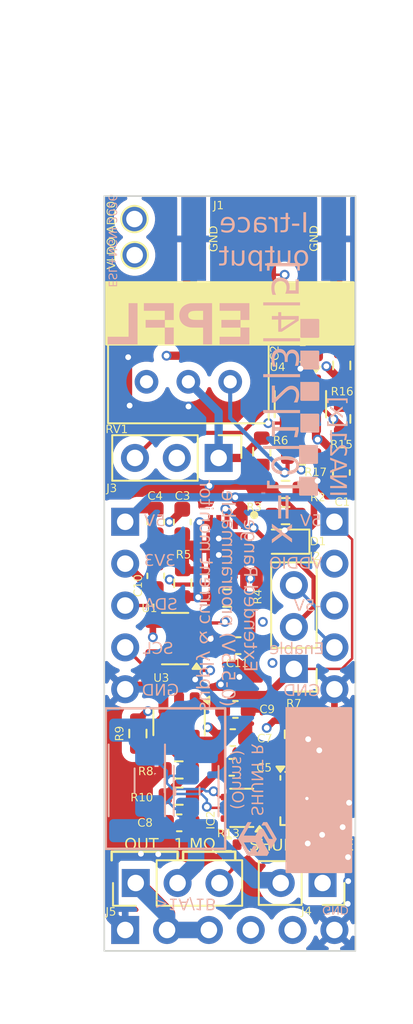
<source format=kicad_pcb>
(kicad_pcb (version 20241229) (generator "pcbnew") (generator_version "9.0")
  (layers (0 "F.Cu" signal) (4 "In1.Cu" signal) (6 "In2.Cu" signal) (2 "B.Cu" signal) (13 "F.Paste" user) (15 "B.Paste" user) (5 "F.SilkS" user "F.Silkscreen") (7 "B.SilkS" user "B.Silkscreen") (1 "F.Mask" user) (3 "B.Mask" user) (25 "Edge.Cuts" user))
  (net 0 "")
  (net 1 "GND")
  (net 2 "3.3V")
  (net 3 "/5V")
  (net 4 "A3.3V")
  (net 5 "/VDDIO")
  (net 6 "/Vout_diff")
  (net 7 "/SCL")
  (net 8 "/-5V")
  (net 9 "/LDO_EN_EXT")
  (net 10 "/SDA")
  (net 11 "/Vout_B")
  (net 12 "Net-(D1-K)")
  (net 13 "Net-(D1-A)")
  (net 14 "/ADC0")
  (net 15 "/V_ldo_feedback")
  (net 16 "/DAC_out")
  (net 17 "Net-(J3-Pin_1)")
  (net 18 "/V_OUT_LDO")
  (net 19 "Net-(U2-!RESET)")
  (net 20 "Net-(U3-FB)")
  (net 21 "Net-(U3-EN)")
  (net 26 "Net-(J5-Pin_3)")
  (net 28 "/Shunt-")
  (net 29 "Net-(IC1-FB_PG)")
  (net 31 "Net-(J3-Pin_3)")
  (net 32 "Net-(R17-Pad1)")
  (net 33 "/V_OUT_LOAD")
  (footprint "Connector_Coaxial:SMA_Amphenol_132289_EdgeMount" (layer "F.Cu") (at 131.725 69.325 90)
    (property "Reference" "J1")
    (property "Value" "Conn_Coaxial" (hide yes))
  )
  (footprint "heep-footprints:chewing-gum-pcb" (layer "F.Cu") (at 122.05 112.52)
    (property "Reference" "CG1" (hide yes))
    (property "Value" "BOARD_CONNECTOR" (hide yes))
    (fp_line (start 0 -27.94) (end 0 0) (stroke (width 0.1)) (layer "Edge.Cuts"))
    (fp_line (start 0 0) (end 15.24 0) (stroke (width 0.1)) (layer "Edge.Cuts"))
    (fp_line (start 15.24 0) (end 15.24 -27.94) (stroke (width 0.1)) (layer "Edge.Cuts"))
  )
  (footprint "Resistor_SMD:R_0603_1608Metric" (layer "F.Cu") (at 129.5 91.115446 180)
    (property "Reference" "R4")
    (property "Value" "20k" (hide yes))
  )
  (footprint "Resistor_SMD:R_0603_1608Metric" (layer "F.Cu") (at 136.463239 77 90)
    (property "Reference" "R16")
    (property "Value" "NC")
  )
  (footprint "Resistor_SMD:R_0603_1608Metric" (layer "F.Cu") (at 134 82.5)
    (property "Reference" "R17")
    (property "Value" "100")
  )
  (footprint "TPS7A9401DSCR:SON50P300X300X80-11N-D" (layer "F.Cu") (at 129.5 88 -90)
    (property "Reference" "IC1" (hide yes))
    (property "Value" "TPS7A9401DSCR" (hide yes))
  )
  (footprint "Resistor_SMD:R_0603_1608Metric" (layer "F.Cu") (at 133.05408 84.521869 180)
    (property "Reference" "R2")
    (property "Value" "3.3k" (hide yes))
  )
  (footprint "Capacitor_SMD:C_0603_1608Metric" (layer "F.Cu") (at 129.785 101.38)
    (property "Reference" "C5")
    (property "Value" "0.1u" (hide yes))
  )
  (footprint "TestPoint:TestPoint_Loop_D1.80mm_Drill1.0mm_Beaded" (layer "F.Cu") (at 123.881597 68.118654 90)
    (property "Reference" "TP1" (hide yes))
    (property "Value" "~")
  )
  (footprint "Capacitor_SMD:C_0603_1608Metric" (layer "F.Cu") (at 136.29 99.885 90)
    (property "Reference" "C6")
    (property "Value" "0.1u" (hide yes))
  )
  (footprint "Capacitor_SMD:C_0603_1608Metric" (layer "F.Cu") (at 130.180176 94 180)
    (property "Reference" "C11")
    (property "Value" "10u")
  )
  (footprint "Resistor_SMD:R_0603_1608Metric" (layer "F.Cu") (at 124.09 99.335 90)
    (property "Reference" "R9")
    (property "Value" "10k" (hide yes))
  )
  (footprint "Capacitor_SMD:C_0603_1608Metric" (layer "F.Cu") (at 125.175007 89.766678 90)
    (property "Reference" "C10")
    (property "Value" "0.1u" (hide yes))
  )
  (footprint "Package_TO_SOT_SMD:SOT-23-5" (layer "F.Cu") (at 126.59 98.6325 -90)
    (property "Reference" "U3")
    (property "Value" "TLV75801PDBV" (hide yes))
  )
  (footprint "Package_DFN_QFN:Texas_RTE0016D_WQFN-16-1EP_3x3mm_P0.5mm_EP0.8x0.8mm_ThermalVias" (layer "F.Cu") (at 134.35 103.2725)
    (property "Reference" "U2")
    (property "Value" "ADS1219" (hide yes))
  )
  (footprint "Resistor_SMD:R_0603_1608Metric" (layer "F.Cu") (at 136.463512 80.242859 90)
    (property "Reference" "R15")
    (property "Value" "NC")
  )
  (footprint "Resistor_SMD:R_0603_1608Metric" (layer "F.Cu") (at 133.53 99.375 90)
    (property "Reference" "R7")
    (property "Value" "10k" (hide yes))
  )
  (footprint "Connector_PinHeader_2.54mm:PinHeader_1x03_P2.54mm_Vertical" (layer "F.Cu") (at 133.56 95.41 180)
    (property "Reference" "J2")
    (property "Value" "Conn_01x03")
  )
  (footprint "Capacitor_SMD:C_0603_1608Metric" (layer "F.Cu") (at 126.782688 86.5 -90)
    (property "Reference" "C3")
    (property "Value" "4.7u" (hide yes))
  )
  (footprint "Package_TO_SOT_SMD:TSOT-23-6" (layer "F.Cu") (at 133.953847 79.35 -90)
    (property "Reference" "U4")
    (property "Value" "MCP4726")
  )
  (footprint "Capacitor_SMD:C_0603_1608Metric" (layer "F.Cu") (at 136.442953 83.5 -90)
    (property "Reference" "C1")
    (property "Value" "0.1u" (hide yes))
  )
  (footprint "Capacitor_SMD:C_0603_1608Metric" (layer "F.Cu") (at 134.1 76.275)
    (property "Reference" "C2")
    (property "Value" "0.1u" (hide yes))
  )
  (footprint "Connector_PinSocket_2.54mm:PinSocket_1x02_P2.54mm_Vertical" (layer "F.Cu") (at 135.3 108.4 -90)
    (property "Reference" "J4")
    (property "Value" "Conn_01x02")
  )
  (footprint "Resistor_SMD:R_0603_1608Metric" (layer "F.Cu") (at 131.608251 82.233321 -90)
    (property "Reference" "R6")
    (property "Value" "36k" (hide yes))
  )
  (footprint "Package_TO_SOT_SMD:SOT-363_SC-70-6" (layer "F.Cu") (at 130.39 103.84 180)
    (property "Reference" "IC2")
    (property "Value" "INA212AIDCKR" (hide yes))
  )
  (footprint "Resistor_SMD:R_0603_1608Metric" (layer "F.Cu") (at 133.05408 86.111869)
    (property "Reference" "R3")
    (property "Value" "10k" (hide yes))
  )
  (footprint "Potentiometer_THT:Potentiometer_Bourns_3296W_Vertical" (layer "F.Cu") (at 124.613399 77.991232 180)
    (property "Reference" "RV1")
    (property "Value" "500K" (hide yes))
  )
  (footprint "Capacitor_SMD:C_0603_1608Metric" (layer "F.Cu") (at 126.6 104.75 180)
    (property "Reference" "C8")
    (property "Value" "0.1u" (hide yes))
  )
  (footprint "LED_SMD:LED_0603_1608Metric" (layer "F.Cu") (at 133.01658 87.691869 180)
    (property "Reference" "D1")
    (property "Value" "LED" (hide yes))
  )
  (footprint "Capacitor_SMD:C_0603_1608Metric" (layer "F.Cu") (at 129.85 99.58)
    (property "Reference" "C7")
    (property "Value" "0.1u" (hide yes))
  )
  (footprint "Resistor_SMD:R_0402_1005Metric" (layer "F.Cu") (at 129.6 106.075 180)
    (property "Reference" "R13")
    (property "Value" "1M" (hide yes))
  )
  (footprint "Resistor_SMD:R_0603_1608Metric" (layer "F.Cu") (at 126.57 101.54 180)
    (property "Reference" "R8")
    (property "Value" "20k" (hide yes))
  )
  (footprint "Connector_PinHeader_2.54mm:PinHeader_1x03_P2.54mm_Vertical" (layer "F.Cu") (at 128.99215 82.612483 -90)
    (property "Reference" "J3")
    (property "Value" "Conn_01x03")
  )
  (footprint "TestPoint:TestPoint_Loop_D1.80mm_Drill1.0mm_Beaded" (layer "F.Cu") (at 123.896879 70.311183 90)
    (property "Reference" "TP2" (hide yes))
    (property "Value" "~")
  )
  (footprint "Package_TO_SOT_SMD:SOT-23-5" (layer "F.Cu") (at 126.35 93.5725 180)
    (property "Reference" "U1")
    (property "Value" "24AA02E-OT" (hide yes))
  )
  (footprint "Connector_PinHeader_2.54mm:PinHeader_1x03_P2.54mm_Vertical" (layer "F.Cu") (at 123.96 108.4 90)
    (property "Reference" "J5")
    (property "Value" "Conn_02x01" (hide yes))
  )
  (footprint "Resistor_SMD:R_0603_1608Metric" (layer "F.Cu") (at 126.817505 90.214778 90)
    (property "Reference" "R5")
    (property "Value" "20k" (hide yes))
  )
  (footprint "Resistor_SMD:R_0603_1608Metric" (layer "F.Cu") (at 126.575 103.13 180)
    (property "Reference" "R10")
    (property "Value" "100k" (hide yes))
  )
  (footprint "Capacitor_SMD:C_0603_1608Metric" (layer "F.Cu") (at 130.01 97.87)
    (property "Reference" "C9")
    (property "Value" "1u" (hide yes))
  )
  (footprint "Capacitor_SMD:C_0603_1608Metric" (layer "F.Cu") (at 125.174942 86.5 -90)
    (property "Reference" "C4")
    (property "Value" "10u" (hide yes))
  )
  (footprint "heep-footprints:EPFL_3x1" (layer "B.Cu") (at 126.556077 74.472202 180)
    (property "Reference" "G***" (hide yes))
    (property "Value" "LOGO" (hide yes))
  )
  (footprint "Resistor_SMD:R_2512_6332Metric_Pad1.40x3.35mm_HandSolder" (layer "B.Cu") (at 124.025 102.175 90)
    (property "Reference" "R14" (hide yes))
    (property "Value" "10")
  )
  (footprint "heep-footprints:ESL_3x3" (layer "B.Cu") (at 131.325 105.7 90)
    (property "Reference" "G***" (hide yes))
    (property "Value" "LOGO" (hide yes))
  )
  (footprint "Resistor_SMD:R_0805_2012Metric_Pad1.20x1.40mm_HandSolder" (layer "B.Cu") (at 127.1 102.825 90)
    (property "Reference" "R1" (hide yes))
    (property "Value" "10")
  )
  (footprint "Resistor_SMD:R_2010_5025Metric_Pad1.40x2.65mm_HandSolder" (layer "B.Cu") (at 127.625 102.825 90)
    (property "Reference" "R11" (hide yes))
    (property "Value" "10")
  )
  (footprint "Resistor_SMD:R_1206_3216Metric_Pad1.30x1.75mm_HandSolder" (layer "B.Cu") (at 124.8 102.175 90)
    (property "Reference" "R12" (hide yes))
    (property "Value" "10")
  )
  (gr_line (start 126.83563 107) (end 126.83563 106.5) (stroke (width 0.15)) (layer "F.SilkS"))
  (gr_line (start 122.5 106.5) (end 126.5 106.5) (stroke (width 0.15)) (layer "F.SilkS"))
  (gr_line (start 126.5 106.5) (end 126.5 107) (stroke (width 0.15)) (layer "F.SilkS"))
  (gr_line (start 130 106.5) (end 126.83563 106.5) (stroke (width 0.15)) (layer "F.SilkS"))
  (gr_line (start 130 107) (end 130 106.5) (stroke (width 0.15)) (layer "F.SilkS"))
  (gr_rect (start 122.183644 71.965209) (end 137.165394 75.722522) (stroke (width 0.15)) (fill yes) (layer "F.SilkS"))
  (gr_line (start 122.5 107.02) (end 122.5 106.5) (stroke (width 0.15)) (layer "F.SilkS"))
  (gr_rect (start 134.025 76.175) (end 135.025 77.175) (stroke (width 0.15)) (fill yes) (layer "B.SilkS"))
  (gr_rect (start 133.125 97.8) (end 137.025 107.725) (stroke (width 0.15)) (fill yes) (layer "B.SilkS"))
  (gr_rect (start 122.14 97.802064) (end 129.39 106.327064) (stroke (width 0.15)) (fill no) (layer "B.SilkS"))
  (gr_rect (start 134.025 80) (end 135.025 81) (stroke (width 0.15)) (fill yes) (layer "B.SilkS"))
  (gr_rect (start 134.025 78.075) (end 135.025 79.075) (stroke (width 0.15)) (fill yes) (layer "B.SilkS"))
  (gr_rect (start 133.95 81.9) (end 134.95 82.9) (stroke (width 0.15)) (fill yes) (layer "B.SilkS"))
  (gr_rect (start 133.95 83.825) (end 134.95 84.825) (stroke (width 0.15)) (fill yes) (layer "B.SilkS"))
  (gr_rect (start 134.025 74.25) (end 135.025 75.25) (stroke (width 0.15)) (fill yes) (layer "B.SilkS"))
  (gr_line (start 137.29 84.58) (end 137.3 66.725) (stroke (width 0.1)) (layer "Edge.Cuts"))
  (gr_line (start 137.3 66.725) (end 122.05 66.725) (stroke (width 0.1)) (layer "Edge.Cuts"))
  (gr_line (start 122.05 84.58) (end 122.05 66.725) (stroke (width 0.1)) (layer "Edge.Cuts"))
  (gr_text "OUT" (at 123.26207 106.5 0) (layer "F.SilkS") (effects (font (size 0.7 0.7)) (justify left bottom)))
  (gr_text "VLDO" (at 122.5 70.2 90) (layer "F.SilkS") (effects (font (size 0.5 0.5) (thickness 0.1))))
  (gr_text "1 MΩ" (at 126.272647 106.5 0) (layer "F.SilkS") (effects (font (size 0.7 0.7)) (justify left bottom)))
  (gr_text "GND" (at 135.1 70.1 90) (layer "F.SilkS") (effects (font (size 0.5 0.5) (thickness 0.1)) (justify left bottom)))
  (gr_text "ADC0" (at 122.5 68 90) (layer "F.SilkS") (effects (font (size 0.5 0.5) (thickness 0.1))))
  (gr_text "SHUNT HERE" (at 130.846207 106.548937 0) (layer "F.SilkS") (effects (font (size 0.7 0.7)) (justify left bottom)))
  (gr_text "GND" (at 135.277622 109.722377 180) (layer "B.SilkS") (effects (font (size 0.5 0.5) (thickness 0.2)) (justify left bottom mirror)))
  (gr_text "Extended-Range\n(0-5.5V) programmable \nsupply & current monitor" (at 127.712245 90.960794 270) (layer "B.SilkS") (effects (font (size 0.8 0.8) (thickness 0.175)) (justify bottom mirror)))
  (gr_text "x=[0|1|2|3|4|5]" (at 131.949153 87.851626 270) (layer "B.SilkS") (effects (font (size 1.6 1.6) (thickness 0.2)) (justify left bottom mirror)))
  (gr_text "ESL+NGNI 2026" (at 122.233093 72.265246 270) (layer "B.SilkS") (effects (font (size 0.5 0.5) (thickness 0.125)) (justify left bottom mirror)))
  (gr_text "I-trace\noutput" (at 131.749089 71.145183 0) (layer "B.SilkS") (effects (font (size 1.2 1.2) (thickness 0.2)) (justify bottom mirror)))
  (gr_text "SHUNT R\n(Ohms)" (at 129.692327 102.13459 270) (layer "B.SilkS") (effects (font (size 0.7 0.7) (thickness 0.175)) (justify bottom mirror)))
  (gr_text "INA21[x]" (at 135.589337 84.992716 270) (layer "B.SilkS") (effects (font (size 1 1) (thickness 0.2)) (justify left bottom mirror)))
  (segment (start 128.431197 84.298803) (end 132.078803 84.298803) (width 0.5) (layer "F.Cu") (net 1))
  (segment (start 133.6 102.29) (end 134.1 102.79) (width 0.25) (layer "F.Cu") (net 1))
  (segment (start 136.02 98.84) (end 136.29 99.11) (width 0.4) (layer "F.Cu") (net 1))
  (segment (start 136.442953 84.117953) (end 134.825 82.5) (width 0.5) (layer "F.Cu") (net 1))
  (segment (start 136.25 74.6) (end 136.25 72.875) (width 0.5) (layer "F.Cu") (net 1))
  (segment (start 126.817505 89.389778) (end 126.889778 89.317505) (width 0.75) (layer "F.Cu") (net 1))
  (segment (start 131.608251 83.058321) (end 131.608251 83.90104) (width 0.5) (layer "F.Cu") (net 1))
  (segment (start 133.81908 86.111869) (end 132.22908 84.521869) (width 0.5) (layer "F.Cu") (net 1))
  (segment (start 125.325 106.65) (end 126.35 106.65) (width 0.5) (layer "F.Cu") (net 1))
  (segment (start 128.5 89.5) (end 126.927727 89.5) (width 0.3) (layer "F.Cu") (net 1))
  (segment (start 134.1 102.79) (end 134.1 102.84) (width 0.25) (layer "F.Cu") (net 1))
  (segment (start 128.9275 94) (end 128.51125 93.58375) (width 0.5) (layer "F.Cu") (net 1))
  (segment (start 129.5 88) (end 128.937826 88.562174) (width 0.5) (layer "F.Cu") (net 1))
  (segment (start 136.02 96.645) (end 136.02 98.84) (width 0.4) (layer "F.Cu") (net 1))
  (segment (start 136.442953 84.275) (end 136.442953 84.117953) (width 0.5) (layer "F.Cu") (net 1))
  (segment (start 122.534 106.964) (end 124.748 104.75) (width 0.75) (layer "F.Cu") (net 1))
  (segment (start 129.405176 94) (end 128.9275 94) (width 0.5) (layer "F.Cu") (net 1))
  (segment (start 128.5 93.5725) (end 127.4875 93.5725) (width 0.5) (layer "F.Cu") (net 1))
  (segment (start 123.492399 75.561601) (end 123.609 75.445) (width 0.5) (layer "F.Cu") (net 1))
  (segment (start 126.817505 87.309817) (end 126.782688 87.275) (width 0.75) (layer "F.Cu") (net 1))
  (segment (start 127.125 88) (end 126.817505 88.307495) (width 0.75) (layer "F.Cu") (net 1))
  (segment (start 123.589 79.49) (end 123.589 79.435) (width 0.5) (layer "F.Cu") (net 1))
  (segment (start 132.93 106.08) (end 131.34 104.49) (width 0.4) (layer "F.Cu") (net 1))
  (segment (start 134.916 97.749) (end 136.02 96.645) (width 0.5) (layer "F.Cu") (net 1))
  (segment (start 134.1 103.5225) (end 134.1 104.71) (width 0.25) (layer "F.Cu") (net 1))
  (segment (start 127.45 69.3) (end 127.475 69.325) (width 0.5) (layer "F.Cu") (net 1))
  (segment (start 132.9125 103.5225) (end 134.1 103.5225) (width 0.25) (layer "F.Cu") (net 1))
  (segment (start 134.1 102.84) (end 134.1 103.0225) (width 0.25) (layer "F.Cu") (net 1))
  (segment (start 122.534 110.464) (end 122.534 106.964) (width 0.75) (layer "F.Cu") (net 1))
  (segment (start 126.59 96.501112) (end 126.59 97.495) (width 0.5) (layer "F.Cu") (net 1))
  (segment (start 126.927727 89.5) (end 126.817505 89.389778) (width 0.3) (layer "F.Cu") (net 1))
  (segment (start 134.1 101.835) (end 134.1 102.84) (width 0.25) (layer "F.Cu") (net 1))
  (segment (start 133.953847 78.2125) (end 133.953847 77.196153) (width 0.4) (layer "F.Cu") (net 1))
  (segment (start 131.549516 103.84) (end 131.34 103.84) (width 0.25) (layer "F.Cu") (net 1))
  (segment (start 131.608251 83.90104) (end 132.22908 84.521869) (width 0.5) (layer "F.Cu") (net 1))
  (segment (start 124.748 104.75) (end 125.825 104.75) (width 0.75) (layer "F.Cu") (net 1))
  (segment (start 134.875 76.275) (end 134.875 75.975) (width 0.4) (layer "F.Cu") (net 1))
  (segment (start 134.4 106) (end 134.32 106.08) (width 0.4) (layer "F.Cu") (net 1))
  (segment (start 125.745 101.54) (end 124.748 102.537) (width 0.5) (layer "F.Cu") (net 1))
  (segment (start 135.975 71.615) (end 135.975 69.325) (width 0.5) (layer "F.Cu") (net 1))
  (segment (start 134.875 75.975) (end 136.25 74.6) (width 0.4) (layer "F.Cu") (net 1))
  (segment (start 132.9125 103.0225) (end 134.1 103.0225) (width 0.25) (layer "F.Cu") (net 1))
  (segment (start 132.078803 84.298803) (end 132.21 84.43) (width 0.5) (layer "F.Cu") (net 1))
  (segment (start 128.43 84.3) (end 128.431197 84.298803) (width 0.5) (layer "F.Cu") (net 1))
  (segment (start 123.492399 79.338399) (end 123.492399 75.561601) (width 0.5) (layer "F.Cu") (net 1))
  (segment (start 127.041112 96.05) (end 126.59 96.501112) (width 0.4) (layer "F.Cu") (net 1))
  (segment (start 133.6 101.835) (end 133.6 102.29) (width 0.25) (layer "F.Cu") (net 1))
  (segment (start 133.953847 78.2125) (end 133.978847 78.2375) (width 0.4) (layer "F.Cu") (net 1))
  (segment (start 136.25 74.6) (end 136.25 75.961761) (width 0.5) (layer "F.Cu") (net 1))
  (segment (start 130.785 97.87) (end 130.906 97.749) (width 0.5) (layer "F.Cu") (net 1))
  (segment (start 128.9395 88.4395) (end 129 88.5) (width 0.75) (layer "F.Cu") (net 1))
  (segment (start 136.25 71.89) (end 135.975 71.615) (width 0.5) (layer "F.Cu") (net 1))
  (segment (start 128.63 87.562499) (end 128.881001 87.8135) (width 0.2) (layer "F.Cu") (net 1))
  (segment (start 134.1 103.0225) (end 134.35 103.2725) (width 0.25) (layer "F.Cu") (net 1))
  (segment (start 123.589 79.49) (end 127.16 79.49) (width 0.5) (layer "F.Cu") (net 1))
  (segment (start 128.621703 88.4395) (end 128.9395 88.4395) (width 0.75) (layer "F.Cu") (net 1))
  (segment (start 128.965 105.95) (end 127.05 105.95) (width 0.25) (layer "F.Cu") (net 1))
  (segment (start 124.748 102.537) (end 124.748 104.75) (width 0.5) (layer "F.Cu") (net 1))
  (segment (start 129 88.5) (end 129.5 88) (width 0.5) (layer "F.Cu") (net 1))
  (segment (start 128.51125 93.58375) (end 128.5 93.5725) (width 0.5) (layer "F.Cu") (net 1))
  (segment (start 131.34 103.84) (end 131.34 104.49) (width 0.4) (layer "F.Cu") (net 1))
  (segment (start 136.25 72.875) (end 136.25 71.89) (width 0.5) (layer "F.Cu") (net 1))
  (segment (start 130.785 99.42) (end 130.625 99.58) (width 0.5) (layer "F.Cu") (net 1))
  (segment (start 136.442953 84.275) (end 136.424344 84.293609) (width 0.5) (layer "F.Cu") (net 1))
  (segment (start 123.589 79.435) (end 123.492399 79.338399) (width 0.5) (layer "F.Cu") (net 1))
  (segment (start 130.625 99.58) (end 130.625 101.315) (width 0.5) (layer "F.Cu") (net 1))
  (segment (start 136.25 75.961761) (end 136.463239 76.175) (width 0.4) (layer "F.Cu") (net 1))
  (segment (start 123.609 75.445) (end 127.475 71.579) (width 0.5) (layer "F.Cu") (net 1))
  (segment (start 133.87908 86.111869) (end 133.81908 86.111869) (width 0.5) (layer "F.Cu") (net 1))
  (segment (start 127.125 88) (end 128.182203 88) (width 0.75) (layer "F.Cu") (net 1))
  (segment (start 128.5 89.5) (end 128.5 88.75) (width 0.3) (layer "F.Cu") (net 1))
  (segment (start 128.937826 88.562174) (end 128.899653 88.524) (width 0.5) (layer "F.Cu") (net 1))
  (segment (start 130.906 97.749) (end 134.916 97.749) (width 0.5) (layer "F.Cu") (net 1))
  (segment (start 133.953847 77.196153) (end 134.875 76.275) (width 0.4) (layer "F.Cu") (net 1))
  (segment (start 126.520388 96.4315) (end 126.59 96.501112) (width 0.5) (layer "F.Cu") (net 1))
  (segment (start 134.1 103.5225) (end 134.35 103.2725) (width 0.25) (layer "F.Cu") (net 1))
  (segment (start 129.09 106.075) (end 128.965 105.95) (width 0.25) (layer "F.Cu") (net 1))
  (segment (start 127.05 105.95) (end 126.35 106.65) (width 0.25) (layer "F.Cu") (net 1))
  (segment (start 123.32 96.645) (end 123.5335 96.4315) (width 0.5) (layer "F.Cu") (net 1))
  (segment (start 127.57 96.05) (end 127.041112 96.05) (width 0.4) (layer "F.Cu") (net 1))
  (segment (start 123.32 111.25) (end 122.534 110.464) (width 0.75) (layer "F.Cu") (net 1))
  (segment (start 126.817505 89.389778) (end 126.817505 87.309817) (width 0.75) (layer "F.Cu") (net 1))
  (segment (start 134.32 106.08) (end 132.93 106.08) (width 0.4) (layer "F.Cu") (net 1))
  (segment (start 123.5335 96.4315) (end 126.520388 96.4315) (width 0.5) (layer "F.Cu") (net 1))
  (segment (start 130.785 97.87) (end 130.785 99.42) (width 0.5) (layer "F.Cu") (net 1))
  (segment (start 126.817505 88.307495) (end 126.817505 89.389778) (width 0.75) (layer "F.Cu") (net 1))
  (segment (start 130.625 101.315) (end 130.56 101.38) (width 0.5) (layer "F.Cu") (net 1))
  (segment (start 127.475 71.579) (end 127.475 69.325) (width 0.4) (layer "F.Cu") (net 1))
  (segment (start 136.125 111.145) (end 136.02 111.25) (width 0.5) (layer "F.Cu") (net 1))
  (segment (start 131.38 104.49) (end 131.34 104.49) (width 0.4) (layer "F.Cu") (net 1))
  (via (at 128.43 84.3) (size 0.6) (drill 0.35) (layers "F.Cu" "B.Cu") (net 1))
  (via (at 129 87.5) (size 0.6) (drill 0.35) (layers "F.Cu" "B.Cu") (net 1))
  (via (at 124.275 106.625) (size 0.6) (drill 0.35) (layers "F.Cu" "B.Cu") (net 1))
  (via (at 127.57 96.05) (size 0.6) (drill 0.35) (layers "F.Cu" "B.Cu") (net 1))
  (via (at 125.325 106.65) (size 0.6) (drill 0.35) (layers "F.Cu" "B.Cu") (net 1))
  (via (at 123.589 79.435) (size 0.6) (drill 0.35) (layers "F.Cu" "B.Cu") (net 1))
  (via (at 128.51125 93.58375) (size 0.6) (drill 0.35) (layers "F.Cu" "B.Cu") (net 1))
  (via (at 133 87) (size 0.6) (drill 0.35) (layers "F.Cu" "B.Cu") (net 1))
  (via (at 136.91 103.53) (size 0.6) (drill 0.35) (layers "F.Cu" "B.Cu") (net 1))
  (via (at 136.856526 108.286783) (size 0.6) (drill 0.35) (layers "F.Cu" "B.Cu") (net 1))
  (via (at 136.84634 106.830116) (size 0.6) (drill 0.35) (layers "F.Cu" "B.Cu") (net 1))
  (via (at 133.953847 77.196153) (size 0.6) (drill 0.35) (layers "F.Cu" "B.Cu") (net 1))
  (via (at 134.4 106) (size 0.6) (drill 0.35) (layers "F.Cu" "B.Cu") (net 1))
  (via (at 123.5 76.5) (size 0.6) (drill 0.35) (layers "F.Cu" "B.Cu") (net 1))
  (via (at 135 84) (size 0.6) (drill 0.35) (layers "F.Cu" "B.Cu") (net 1))
  (via (at 127.16 79.49) (size 0.6) (drill 0.35) (layers "F.Cu" "B.Cu") (net 1))
  (via (at 129 88.5) (size 0.6) (drill 0.35) (layers "F.Cu" "B.Cu") (net 1))
  (via (at 136.825967 109.661958) (size 0.6) (drill 0.35) (layers "F.Cu" "B.Cu") (net 1))
  (segment (start 127.774 96.254) (end 127.774 94.321) (width 0.5) (layer "B.Cu") (net 1))
  (segment (start 122.544 110.474) (end 122.544 107.024) (width 0.75) (layer "B.Cu") (net 1))
  (segment (start 122.544 107.024) (end 122.943 106.625) (width 0.75) (layer "B.Cu") (net 1))
  (segment (start 135.17 97.495) (end 133.143 97.495) (width 0.5) (layer "B.Cu") (net 1))
  (segment (start 133.138 97.5) (end 129.02 97.5) (width 0.5) (layer "B.Cu") (net 1))
  (segment (start 128.01 96.49) (end 127.774 96.254) (width 0.5) (layer "B.Cu") (net 1))
  (segment (start 127.774 94.321) (end 128.51125 93.58375) (width 0.5) (layer "B.Cu") (net 1))
  (segment (start 129.02 97.5) (end 128.01 96.49) (width 0.5) (layer "B.Cu") (net 1))
  (segment (start 124.275 106.625) (end 125.3 106.625) (width 0.75) (layer "B.Cu") (net 1))
  (segment (start 125.3 106.625) (end 125.325 106.65) (width 0.75) (layer "B.Cu") (net 1))
  (segment (start 136.02 96.645) (end 135.17 97.495) (width 0.5) (layer "B.Cu") (net 1))
  (segment (start 126.975 96.645) (end 123.32 96.645) (width 0.4) (layer "B.Cu") (net 1))
  (segment (start 127.57 96.05) (end 126.975 96.645) (width 0.4) (layer "B.Cu") (net 1))
  (segment (start 128.01 96.49) (end 127.57 96.05) (width 0.5) (layer "B.Cu") (net 1))
  (segment (start 122.943 106.625) (end 124.275 106.625) (width 0.75) (layer "B.Cu") (net 1))
  (segment (start 133.143 97.495) (end 133.138 97.5) (width 0.5) (layer "B.Cu") (net 1))
  (segment (start 123.32 111.25) (end 122.544 110.474) (width 0.75) (layer "B.Cu") (net 1))
  (segment (start 125.831 76.41) (end 131.62 76.41) (width 0.5) (layer "F.Cu") (net 2))
  (segment (start 125 93.49) (end 125 92.835) (width 0.4) (layer "F.Cu") (net 2))
  (segment (start 133.33 76.39) (end 133.325 76.385) (width 0.5) (layer "F.Cu") (net 2))
  (segment (start 133.325 76.385) (end 133.325 76.275) (width 0.5) (layer "F.Cu") (net 2))
  (segment (start 133.53 98.55) (end 132.35 98.55) (width 0.4) (layer "F.Cu") (net 2))
  (segment (start 124.625 97.975) (end 124.09 98.51) (width 0.4) (layer "F.Cu") (net 2))
  (segment (start 135.7875 103.0225) (end 136.205444 103.0225) (width 0.25) (layer "F.Cu") (net 2))
  (segment (start 125 92.835) (end 125.2125 92.6225) (width 0.4) (layer "F.Cu") (net 2))
  (segment (start 124.7 97.975) (end 124.625 97.975) (width 0.4) (layer "F.Cu") (net 2))
  (segment (start 136.29 100.619346) (end 136.29 100.66) (width 0.4) (layer "F.Cu") (net 2))
  (segment (start 133.003847 76.596153) (end 133.325 76.275) (width 0.5) (layer "F.Cu") (net 2))
  (segment (start 136.501 100.871) (end 136.29 100.66) (width 0.25) (layer "F.Cu") (net 2))
  (segment (start 131.62 76.41) (end 133.19 76.41) (width 0.5) (layer "F.Cu") (net 2))
  (segment (start 132.35 98.55) (end 131.91 98.99) (width 0.4) (layer "F.Cu") (net 2))
  (segment (start 136.205444 103.0225) (end 136.501 102.726944) (width 0.25) (layer "F.Cu") (net 2))
  (segment (start 133.19 76.41) (end 133.325 76.275) (width 0.5) (layer "F.Cu") (net 2))
  (segment (start 136.501 102.726944) (end 136.501 100.871) (width 0.25) (layer "F.Cu") (net 2))
  (segment (start 133.215 76.275) (end 133.325 76.275) (width 0.5) (layer "F.Cu") (net 2))
  (segment (start 133.003847 78.2125) (end 133.003847 76.596153) (width 0.5) (layer "F.Cu") (net 2))
  (segment (start 123.32 89.025) (end 124.836678 90.541678) (width 0.5) (layer "F.Cu") (net 2))
  (segment (start 133.53 98.55) (end 134.220654 98.55) (width 0.4) (layer "F.Cu") (net 2))
  (segment (start 124.836678 90.541678) (end 125.008312 90.541678) (width 0.5) (layer "F.Cu") (net 2))
  (segment (start 134.220654 98.55) (end 136.29 100.619346) (width 0.4) (layer "F.Cu") (net 2))
  (via (at 125 93.49) (size 0.6) (drill 0.35) (layers "F.Cu" "B.Cu") (net 2))
  (via (at 131.91 98.99) (size 0.6) (drill 0.35) (layers "F.Cu" "B.Cu") (net 2))
  (via (at 125.831 76.41) (size 0.6) (drill 0.35) (layers "F.Cu" "B.Cu") (net 2))
  (via (at 124.7 97.975) (size 0.6) (drill 0.35) (layers "F.Cu" "B.Cu") (net 2))
  (segment (start 136.465 95.41) (end 137.096 94.779) (width 0.15) (layer "F.Cu") (net 3))
  (segment (start 135.77 86.235) (end 136.02 86.485) (width 0.75) (layer "F.Cu") (net 3))
  (segment (start 130.5 85.63) (end 130.5 86.5) (width 0.5) (layer "F.Cu") (net 3))
  (segment (start 130 85) (end 130 85.13) (width 0.5) (layer "F.Cu") (net 3))
  (segment (start 130 85.13) (end 130.435 85.565) (width 0.5) (layer "F.Cu") (net 3))
  (segment (start 133.56 95.41) (end 136.465 95.41) (width 0.15) (layer "F.Cu") (net 3))
  (segment (start 124.08 85.725) (end 124.825274 85.725) (width 0.5) (layer "F.Cu") (net 3))
  (segment (start 130.5 86.5) (end 130.051 86.5) (width 0.4) (layer "F.Cu") (net 3))
  (segment (start 128.86 97.495) (end 129.235 97.87) (width 0.5) (layer "F.Cu") (net 3))
  (segment (start 131.976 96.994) (end 133.56 95.41) (width 0.5) (layer "F.Cu") (net 3))
  (segment (start 124.825274 85.725) (end 125.000108 85.899834) (width 0.5) (layer "F.Cu") (net 3))
  (segment (start 130.051 85.949) (end 130.051 86.5) (width 0.4) (layer "F.Cu") (net 3))
  (segment (start 137.096 87.561) (end 136.02 86.485) (width 0.15) (layer "F.Cu") (net 3))
  (segment (start 137.096 94.779) (end 137.096 87.561) (width 0.15) (layer "F.Cu") (net 3))
  (segment (start 123.32 86.485) (end 124.08 85.725) (width 0.5) (layer "F.Cu") (net 3))
  (segment (start 130.435 85.565) (end 130.051 85.949) (width 0.4) (layer "F.Cu") (net 3))
  (segment (start 129.235 97.87) (end 130.111 96.994) (width 0.5) (layer "F.Cu") (net 3))
  (segment (start 127.54 97.495) (end 128.86 97.495) (width 0.5) (layer "F.Cu") (net 3))
  (segment (start 130.111 96.994) (end 131.976 96.994) (width 0.5) (layer "F.Cu") (net 3))
  (segment (start 130.435 85.565) (end 130.5 85.63) (width 0.5) (layer "F.Cu") (net 3))
  (via (at 130 85) (size 0.6) (drill 0.35) (layers "F.Cu" "B.Cu") (net 3))
  (segment (start 124.805 85) (end 123.32 86.485) (width 0.5) (layer "B.Cu") (net 3))
  (segment (start 134.535 85) (end 124.805 85) (width 0.5) (layer "B.Cu") (net 3))
  (segment (start 136.02 86.485) (end 134.535 85) (width 0.5) (layer "B.Cu") (net 3))
  (segment (start 127.4 103.13) (end 127.4 104.725) (width 0.5) (layer "F.Cu") (net 4))
  (segment (start 134.323999 105.4235) (end 133.348884 105.4235) (width 0.25) (layer "F.Cu") (net 4))
  (segment (start 134.6 105.147499) (end 134.323999 105.4235) (width 0.25) (layer "F.Cu") (net 4))
  (segment (start 134.6 104.71) (end 134.6 105.147499) (width 0.25) (layer "F.Cu") (net 4))
  (segment (start 130.82 103.19) (end 129.01 101.38) (width 0.4) (layer "F.Cu") (net 4))
  (segment (start 129.01 101.38) (end 129.03 101.38) (width 0.5) (layer "F.Cu") (net 4))
  (segment (start 135.7875 103.5225) (end 135.369556 103.5225) (width 0.25) (layer "F.Cu") (net 4))
  (segment (start 133.348884 105.4235) (end 131.950516 104.025132) (width 0.25) (layer "F.Cu") (net 4))
  (segment (start 128.325 98.95) (end 128.445 98.95) (width 0.5) (layer "F.Cu") (net 4))
  (segment (start 135 81.5) (end 134.903847 81.403847) (width 0.5) (layer "F.Cu") (net 4))
  (segment (start 129.01 101.38) (end 129.01 101.52) (width 0.5) (layer "F.Cu") (net 4))
  (segment (start 129.075 101.315) (end 129.01 101.38) (width 0.5) (layer "F.Cu") (net 4))
  (segment (start 135.217953 81.5) (end 135 81.5) (width 0.5) (layer "F.Cu") (net 4))
  (segment (start 128.24 99.77) (end 128.885 99.77) (width 0.5) (layer "F.Cu") (net 4))
  (segment (start 129.075 99.58) (end 129.075 101.315) (width 0.5) (layer "F.Cu") (net 4))
  (segment (start 131.950516 103.475517) (end 131.664999 103.19) (width 0.25) (layer "F.Cu") (net 4))
  (segment (start 127.54 99.77) (end 128.24 99.77) (width 0.5) (layer "F.Cu") (net 4))
  (segment (start 136.442953 82.725) (end 135.217953 81.5) (width 0.5) (layer "F.Cu") (net 4))
  (segment (start 129.01 101.52) (end 127.4 103.13) (width 0.5) (layer "F.Cu") (net 4))
  (segment (start 131.34 103.19) (end 130.82 103.19) (width 0.4) (layer "F.Cu") (net 4))
  (segment (start 131.664999 103.19) (end 131.34 103.19) (width 0.25) (layer "F.Cu") (net 4))
  (segment (start 134.903847 81.403847) (end 134.903847 80.4875) (width 0.5) (layer "F.Cu") (net 4))
  (segment (start 131.950516 104.025132) (end 131.950516 103.475517) (width 0.25) (layer "F.Cu") (net 4))
  (segment (start 135.369556 103.5225) (end 134.6 104.292056) (width 0.25) (layer "F.Cu") (net 4))
  (segment (start 134.6 104.292056) (end 134.6 104.71) (width 0.25) (layer "F.Cu") (net 4))
  (segment (start 128.445 98.95) (end 129.075 99.58) (width 0.5) (layer "F.Cu") (net 4))
  (segment (start 128.885 99.77) (end 129.075 99.58) (width 0.5) (layer "F.Cu") (net 4))
  (via (at 128.325 98.95) (size 0.6) (drill 0.35) (layers "F.Cu" "B.Cu") (net 4))
  (via (at 135 81.5) (size 0.6) (drill 0.35) (layers "F.Cu" "B.Cu") (net 4))
  (segment (start 123.32 94.52) (end 123.32 94.105) (width 0.5) (layer "F.Cu") (net 7))
  (segment (start 124.2885 95.0735) (end 123.32 94.105) (width 0.2) (layer "F.Cu") (net 7))
  (segment (start 134 83.321139) (end 134 80.6375) (width 0.25) (layer "F.Cu") (net 7))
  (segment (start 127.4875 94.5225) (end 127.4875 95.0735) (width 0.2) (layer "F.Cu") (net 7))
  (segment (start 134.6 100.91) (end 134.6 101.835) (width 0.25) (layer "F.Cu") (net 7))
  (segment (start 134.425707 100.735707) (end 134.6 100.91) (width 0.25) (layer "F.Cu") (net 7))
  (segment (start 128.475 95.5) (end 127.914 95.5) (width 0.2) (layer "F.Cu") (net 7))
  (segment (start 127.4875 95.0735) (end 124.2885 95.0735) (width 0.2) (layer "F.Cu") (net 7))
  (segment (start 127.914 95.5) (end 127.4875 95.0735) (width 0.2) (layer "F.Cu") (net 7))
  (segment (start 134 80.6375) (end 134.125 80.5125) (width 0.25) (layer "F.Cu") (net 7))
  (segment (start 134.425707 99.674293) (end 134.425707 100.735707) (width 0.25) (layer "F.Cu") (net 7))
  (via (at 132.259998 95.05) (size 0.6) (drill 0.35) (layers "F.Cu" "B.Cu") (net 7))
  (via (at 134 83.321139) (size 0.6) (drill 0.35) (layers "F.Cu" "B.Cu") (net 7))
  (via (at 128.475 95.5) (size 0.6) (drill 0.35) (layers "F.Cu" "B.Cu") (net 7))
  (via (at 134.425707 99.674293) (size 0.6) (drill 0.35) (layers "F.Cu" "B.Cu") (net 7))
  (segment (start 133.56 90.874182) (end 133.56 90.33) (width 0.5) (layer "F.Cu") (net 9))
  (segment (start 134.919 91.689) (end 133.56 90.33) (width 0.2) (layer "B.Cu") (net 9))
  (segment (start 134.919 93.004) (end 134.919 91.689) (width 0.2) (layer "B.Cu") (net 9))
  (segment (start 136.02 94.105) (end 134.919 93.004) (width 0.2) (layer "B.Cu") (net 9))
  (segment (start 129.30755 92.6225) (end 129.370656 92.559394) (width 0.2) (layer "F.Cu") (net 10))
  (segment (start 132.991347 80.5) (end 133.003847 80.4875) (width 0.2) (layer "F.Cu") (net 10))
  (segment (start 132 80.5) (end 132.991347 80.5) (width 0.2) (layer "F.Cu") (net 10))
  (segment (start 133.003847 80.683653) (end 133.175 80.5125) (width 0.25) (layer "F.Cu") (net 10))
  (segment (start 125.506521 91.558855) (end 125.500376 91.565) (width 0.2) (layer "F.Cu") (net 10))
  (segment (start 127.4875 92.6225) (end 129.30755 92.6225) (width 0.2) (layer "F.Cu") (net 10))
  (segment (start 127.4875 92.6225) (end 126.570166 92.6225) (width 0.2) (layer "F.Cu") (net 10))
  (segment (start 126.570166 92.6225) (end 125.506521 91.558855) (width 0.2) (layer "F.Cu") (net 10))
  (segment (start 125.500376 91.565) (end 123.32 91.565) (width 0.2) (layer "F.Cu") (net 10))
  (segment (start 135.1 101.835) (end 135.1 100.35) (width 0.25) (layer "F.Cu") (net 10))
  (via (at 132 80.5) (size 0.6) (drill 0.35) (layers "F.Cu" "B.Cu") (net 10))
  (via (at 131.675 92.559394) (size 0.6) (drill 0.35) (layers "F.Cu" "B.Cu") (net 10))
  (via (at 129.370656 92.559394) (size 0.6) (drill 0.35) (layers "F.Cu" "B.Cu") (net 10))
  (via (at 135.1 100.35) (size 0.6) (drill 0.35) (layers "F.Cu" "B.Cu") (net 10))
  (segment (start 134.777753 86.607247) (end 133.80408 87.58092) (width 0.4) (layer "F.Cu") (net 12))
  (segment (start 133.86 84.43) (end 134.777753 85.347753) (width 0.4) (layer "F.Cu") (net 12))
  (segment (start 133.80408 87.58092) (end 133.80408 87.691869) (width 0.4) (layer "F.Cu") (net 12))
  (segment (start 134.777753 85.347753) (end 134.777753 86.607247) (width 0.4) (layer "F.Cu") (net 12))
  (segment (start 132.22908 87.691869) (end 132.40613 87.691869) (width 0.2) (layer "F.Cu") (net 13))
  (segment (start 132.22908 86.111869) (end 132.22908 87.691869) (width 0.5) (layer "F.Cu") (net 13))
  (segment (start 134.775897 91.654103) (end 133.56 92.87) (width 0.3) (layer "F.Cu") (net 13))
  (segment (start 132.38705 87.6) (end 132.295181 87.691869) (width 0.4) (layer "F.Cu") (net 13))
  (segment (start 134.775897 89.87097) (end 134.775897 91.654103) (width 0.3) (layer "F.Cu") (net 13))
  (segment (start 131.113389 86.859576) (end 132.610288 88.356475) (width 0.3) (layer "F.Cu") (net 13))
  (segment (start 132.01558 87.905369) (end 132.22908 87.691869) (width 0.2) (layer "F.Cu") (net 13))
  (segment (start 132.610288 88.356475) (end 133.261402 88.356475) (width 0.3) (layer "F.Cu") (net 13))
  (segment (start 133.261402 88.356475) (end 134.775897 89.87097) (width 0.3) (layer "F.Cu") (net 13))
  (segment (start 129.5 86.5) (end 129.5 85.801254) (width 0.25) (layer "F.Cu") (net 13))
  (segment (start 132.295181 87.691869) (end 132.22908 87.691869) (width 0.4) (layer "F.Cu") (net 13))
  (segment (start 129.5 85.801254) (end 129.398746 85.7) (width 0.25) (layer "F.Cu") (net 13))
  (via (at 131.113389 86.859576) (size 0.6) (drill 0.35) (layers "F.Cu" "B.Cu") (net 13))
  (via (at 129.398746 85.7) (size 0.6) (drill 0.35) (layers "F.Cu" "B.Cu") (net 13))
  (segment (start 130.558322 86.859576) (end 131.113389 86.859576) (width 0.25) (layer "B.Cu") (net 13))
  (segment (start 129.398746 85.7) (end 130.558322 86.859576) (width 0.25) (layer "B.Cu") (net 13))
  (segment (start 136.65 105.4) (end 136.65 105.14) (width 0.15) (layer "F.Cu") (net 14))
  (segment (start 136.3025 104.0225) (end 136.3 104.025) (width 0.15) (layer "F.Cu") (net 14))
  (segment (start 133 71.5) (end 132.425 71.5) (width 0.15) (layer "F.Cu") (net 14))
  (segment (start 136.65 105.14) (end 136.52 105.01) (width 0.15) (layer "F.Cu") (net 14))
  (segment (start 131.6 106.65) (end 135.4 106.65) (width 0.15) (layer "F.Cu") (net 14))
  (segment (start 131.725 70.8) (end 131.725 69.325) (width 0.15) (layer "F.Cu") (net 14))
  (segment (start 135.7875 104.0225) (end 136.3025 104.0225) (width 0.15) (layer "F.Cu") (net 14))
  (segment (start 136.52 104.245) (end 136.52 105.01) (width 0.15) (layer "F.Cu") (net 14))
  (segment (start 136.3 104.025) (end 136.52 104.245) (width 0.15) (layer "F.Cu") (net 14))
  (segment (start 129.44 104.49) (end 131.6 106.65) (width 0.15) (layer "F.Cu") (net 14))
  (segment (start 135.4 106.65) (end 136.65 105.4) (width 0.15) (layer "F.Cu") (net 14))
  (segment (start 132.425 71.5) (end 131.725 70.8) (width 0.15) (layer "F.Cu") (net 14))
  (via (at 136.52 105.01) (size 0.6) (drill 0.35) (layers "F.Cu" "B.Cu") (net 14))
  (via (at 133 71.5) (size 0.6) (drill 0.35) (layers "F.Cu" "B.Cu") (net 14))
  (segment (start 129 89.5) (end 129 90.175) (width 0.25) (layer "F.Cu") (net 15))
  (segment (start 129 90.175) (end 128.882811 90.292189) (width 0.25) (layer "F.Cu") (net 15))
  (segment (start 128.882811 90.292189) (end 126.320299 90.292189) (width 0.25) (layer "F.Cu") (net 15))
  (segment (start 126.782688 85.81289) (end 126.782688 85.732) (width 0.5) (layer "F.Cu") (net 15))
  (segment (start 126.095578 86.5) (end 126.782688 85.81289) (width 0.5) (layer "F.Cu") (net 15))
  (segment (start 126 86.5) (end 126.095578 86.5) (width 0.5) (layer "F.Cu") (net 15))
  (segment (start 126.320299 90.292189) (end 126.018642 89.990532) (width 0.25) (layer "F.Cu") (net 15))
  (via (at 126.018642 89.990532) (size 0.6) (drill 0.35) (layers "F.Cu" "B.Cu") (net 15))
  (via (at 126 86.5) (size 0.6) (drill 0.35) (layers "F.Cu" "B.Cu") (net 15))
  (segment (start 135.258153 78.2125) (end 136.463512 79.417859) (width 0.5) (layer "F.Cu") (net 16))
  (segment (start 134.903847 78.2125) (end 135.258153 78.2125) (width 0.5) (layer "F.Cu") (net 16))
  (segment (start 130.404089 82.612483) (end 131.608251 81.408321) (width 0.5) (layer "F.Cu") (net 17))
  (segment (start 128.99215 82.612483) (end 130.404089 82.612483) (width 0.5) (layer "F.Cu") (net 17))
  (segment (start 128.99215 82.612483) (end 128.99215 79.829983) (width 0.5) (layer "B.Cu") (net 17))
  (segment (start 128.99215 79.829983) (end 127.153399 77.991232) (width 0.5) (layer "B.Cu") (net 17))
  (segment (start 130.849 91.639446) (end 130.325 91.115446) (width 0.75) (layer "F.Cu") (net 18))
  (segment (start 130.25 95.9) (end 129.9 95.9) (width 0.5) (layer "F.Cu") (net 18))
  (segment (start 135.1 104.71) (end 135.1 105.3) (width 0.2) (layer "F.Cu") (net 18))
  (segment (start 130.849 95.349) (end 130.849 95) (width 0.75) (layer "F.Cu") (net 18))
  (segment (start 131 94.044824) (end 130.955176 94) (width 0.75) (layer "F.Cu") (net 18))
  (segment (start 130.5 89.5) (end 129.551 89.5) (width 0.4) (layer "F.Cu") (net 18))
  (segment (start 131.213053 89.501025) (end 131.212028 89.5) (width 0.4) (layer "F.Cu") (net 18))
  (segment (start 130.91398 89.924651) (end 131.213053 89.625578) (width 0.4) (layer "F.Cu") (net 18))
  (segment (start 131.213053 89.625578) (end 131.213053 89.501025) (width 0.4) (layer "F.Cu") (net 18))
  (segment (start 129.44 103.19) (end 129.04 103.19) (width 0.15) (layer "F.Cu") (net 18))
  (segment (start 130.5 89.5) (end 130.5 89.510671) (width 0.4) (layer "F.Cu") (net 18))
  (segment (start 130.849 95) (end 130.849 91.639446) (width 0.75) (layer "F.Cu") (net 18))
  (segment (start 130.5 89.510671) (end 130.91398 89.924651) (width 0.4) (layer "F.Cu") (net 18))
  (segment (start 130.24 95.89) (end 130.25 95.9) (width 0.5) (layer "F.Cu") (net 18))
  (segment (start 131.212028 89.5) (end 130.5 89.5) (width 0.4) (layer "F.Cu") (net 18))
  (segment (start 130.5 90.743507) (end 130.128061 91.115446) (width 0.4) (layer "F.Cu") (net 18))
  (segment (start 135.1 105.3) (end 135.275 105.475) (width 0.2) (layer "F.Cu") (net 18))
  (segment (start 130.849 95.301) (end 130.25 95.9) (width 0.75) (layer "F.Cu") (net 18))
  (segment (start 130.5 89.5) (end 130.5 90.743507) (width 0.4) (layer "F.Cu") (net 18))
  (segment (start 129.575 95.9) (end 129.125 96.35) (width 0.5) (layer "F.Cu") (net 18))
  (segment (start 130.25 95.9) (end 129.575 95.9) (width 0.5) (layer "F.Cu") (net 18))
  (segment (start 130.849 95) (end 130.849 95.301) (width 0.75) (layer "F.Cu") (net 18))
  (segment (start 129.04 103.19) (end 128.684975 102.834975) (width 0.15) (layer "F.Cu") (net 18))
  (via (at 130.25 95.9) (size 0.6) (drill 0.35) (layers "F.Cu" "B.Cu") (net 18))
  (via (at 130.91398 89.924651) (size 0.6) (drill 0.35) (layers "F.Cu" "B.Cu") (net 18))
  (via (at 128.684975 102.834975) (size 0.6) (drill 0.35) (layers "F.Cu" "B.Cu") (net 18))
  (via (at 129.125 96.35) (size 0.6) (drill 0.35) (layers "F.Cu" "B.Cu") (net 18))
  (via (at 135.275 105.475) (size 0.6) (drill 0.35) (layers "F.Cu" "B.Cu") (net 18))
  (segment (start 124.9 100.65) (end 124.825 100.65) (width 0.15) (layer "B.Cu") (net 18))
  (segment (start 125.85 102.1) (end 126.05 101.9) (width 0.15) (layer "B.Cu") (net 18))
  (segment (start 128.684975 102.834975) (end 128.6 102.75) (width 0.2) (layer "B.Cu") (net 18))
  (segment (start 124.825 100.65) (end 124.8 100.625) (width 0.15) (layer "B.Cu") (net 18))
  (segment (start 125.85 102.35) (end 125.85 101.6) (width 0.15) (layer "B.Cu") (net 18))
  (segment (start 124.025 99.775) (end 124.8 100.55) (width 1) (layer "B.Cu") (net 18))
  (segment (start 124.925 100.425) (end 124.8 100.55) (width 0.4) (layer "B.Cu") (net 18))
  (segment (start 126.05 101.9) (end 127.05 101.9) (width 0.15) (layer "B.Cu") (net 18))
  (segment (start 125.85 101.6) (end 124.9 100.65) (width 0.15) (layer "B.Cu") (net 18))
  (segment (start 124.8 100.55) (end 124.8 100.625) (width 0.4) (layer "B.Cu") (net 18))
  (segment (start 124.025 99.125) (end 126.325 99.125) (width 1) (layer "B.Cu") (net 18))
  (segment (start 127.625 100.425) (end 124.925 100.425) (width 0.4) (layer "B.Cu") (net 18))
  (segment (start 124.025 99.125) (end 124.025 99.775) (width 1) (layer "B.Cu") (net 18))
  (segment (start 125.85 102.35) (end 125.85 102.1) (width 0.15) (layer "B.Cu") (net 18))
  (segment (start 127.05 101.9) (end 127.1 101.85) (width 0.15) (layer "B.Cu") (net 18))
  (segment (start 127.1 100.95) (end 127.1 101.825) (width 1) (layer "B.Cu") (net 18))
  (segment (start 128.074678 102.699) (end 126.199 102.699) (width 0.15) (layer "B.Cu") (net 18))
  (segment (start 126.199 102.699) (end 125.85 102.35) (width 0.15) (layer "B.Cu") (net 18))
  (segment (start 126.325 99.125) (end 127.625 100.425) (width 1) (layer "B.Cu") (net 18))
  (segment (start 128.210653 102.834975) (end 128.074678 102.699) (width 0.15) (layer "B.Cu") (net 18))
  (segment (start 127.1 101.85) (end 127.1 101.825) (width 0.15) (layer "B.Cu") (net 18))
  (segment (start 128.684975 102.834975) (end 128.210653 102.834975) (width 0.15) (layer "B.Cu") (net 18))
  (segment (start 127.625 100.425) (end 127.1 100.95) (width 1) (layer "B.Cu") (net 18))
  (segment (start 133.53 100.2) (end 132.9125 100.8175) (width 0.25) (layer "F.Cu") (net 19))
  (segment (start 132.9125 100.8175) (end 132.9125 102.5225) (width 0.25) (layer "F.Cu") (net 19))
  (segment (start 127.34 101.54) (end 125.75 103.13) (width 0.5) (layer "F.Cu") (net 20))
  (segment (start 125.64 99.77) (end 125.64 99.785) (width 0.5) (layer "F.Cu") (net 20))
  (segment (start 127.395 101.54) (end 127.395 101.525) (width 0.5) (layer "F.Cu") (net 20))
  (segment (start 127.395 101.525) (end 125.64 99.77) (width 0.5) (layer "F.Cu") (net 20))
  (segment (start 127.395 101.54) (end 127.34 101.54) (width 0.5) (layer "F.Cu") (net 20))
  (segment (start 125.64 98.324112) (end 124.09 99.874112) (width 0.5) (layer "F.Cu") (net 21))
  (segment (start 124.09 99.874112) (end 124.09 100.16) (width 0.5) (layer "F.Cu") (net 21))
  (segment (start 125.64 97.495) (end 125.64 98.324112) (width 0.5) (layer "F.Cu") (net 21))
  (segment (start 129.81 106.375) (end 130.11 106.075) (width 0.2) (layer "F.Cu") (net 26))
  (segment (start 129 108.4) (end 129.81 107.59) (width 0.2) (layer "F.Cu") (net 26))
  (segment (start 129.81 107.59) (end 129.81 106.375) (width 0.2) (layer "F.Cu") (net 26))
  (segment (start 128.9 108.4) (end 129 108.4) (width 0.2) (layer "B.Cu") (net 26))
  (segment (start 129.44 103.84) (end 128.3346 103.84) (width 0.15) (layer "F.Cu") (net 28))
  (segment (start 128.27507 103.78047) (end 128.3456 103.851) (width 0.4) (layer "F.Cu") (net 28))
  (segment (start 128.3346 103.84) (end 128.27507 103.78047) (width 0.15) (layer "F.Cu") (net 28))
  (via (at 128.27507 103.78047) (size 0.6) (drill 0.35) (layers "F.Cu" "B.Cu") (net 28))
  (segment (start 127.1 104.7) (end 127.1 103.825) (width 1) (layer "B.Cu") (net 28))
  (segment (start 127.1 103.85) (end 127.1 103.825) (width 0.15) (layer "B.Cu") (net 28))
  (segment (start 126.46 108.4) (end 127.625 107.235) (width 1) (layer "B.Cu") (net 28))
  (segment (start 131.22324 108.231701) (end 132.531421 108.231701) (width 1) (layer "B.Cu") (net 28))
  (segment (start 127.625 105.225) (end 127.1 104.7) (width 1) (layer "B.Cu") (net 28))
  (segment (start 124.85 103.65) (end 124.8 103.7) (width 0.15) (layer "B.Cu") (net 28))
  (segment (start 126 103.35) (end 125.7 103.65) (width 0.15) (layer "B.Cu") (net 28))
  (segment (start 124.8 104.025) (end 126 105.225) (width 1) (layer "B.Cu") (net 28))
  (segment (start 127.95 103) (end 126.35 103) (width 0.15) (layer "B.Cu") (net 28))
  (segment (start 124.8 103.725) (end 124.8 104.025) (width 1) (layer "B.Cu") (net 28))
  (segment (start 126.35 103.9) (end 127.05 103.9) (width 0.15) (layer "B.Cu") (net 28))
  (segment (start 126.35 103) (end 126 103.35) (width 0.15) (layer "B.Cu") (net 28))
  (segment (start 127.05 103.9) (end 127.1 103.85) (width 0.15) (layer "B.Cu") (net 28))
  (segment (start 132.531421 108.231701) (end 132.733041 108.433321) (width 1) (layer "B.Cu") (net 28))
  (segment (start 126 103.35) (end 126 103.55) (width 0.15) (layer "B.Cu") (net 28))
  (segment (start 126 103.55) (end 126.35 103.9) (width 0.15) (layer "B.Cu") (net 28))
  (segment (start 125.7 103.65) (end 124.85 103.65) (width 0.15) (layer "B.Cu") (net 28))
  (segment (start 127.625 107.235) (end 127.625 105.225) (width 1) (layer "B.Cu") (net 28))
  (segment (start 127.625 105.225) (end 128.216539 105.225) (width 1) (layer "B.Cu") (net 28))
  (segment (start 128.27507 103.78047) (end 128.27507 103.32507) (width 0.15) (layer "B.Cu") (net 28))
  (segment (start 124.025 105.225) (end 126 105.225) (width 1) (layer "B.Cu") (net 28))
  (segment (start 128.27507 103.32507) (end 127.95 103) (width 0.15) (layer "B.Cu") (net 28))
  (segment (start 128.216539 105.225) (end 131.22324 108.231701) (width 1) (layer "B.Cu") (net 28))
  (segment (start 124.8 103.7) (end 124.8 103.725) (width 0.15) (layer "B.Cu") (net 28))
  (segment (start 126 105.225) (end 127.625 105.225) (width 1) (layer "B.Cu") (net 28))
  (segment (start 124.8 103.65) (end 124.8 103.725) (width 0.2) (layer "B.Cu") (net 28))
  (segment (start 128.5 86.5) (end 127.831141 86.5) (width 0.3) (layer "F.Cu") (net 29))
  (segment (start 128.478061 91.115446) (end 127.731702 91.115446) (width 0.5) (layer "F.Cu") (net 29))
  (segment (start 126.817505 91.039778) (end 127.61712 91.039778) (width 0.5) (layer "F.Cu") (net 29))
  (segment (start 127.731702 91.115446) (end 127.712245 91.134903) (width 0.25) (layer "F.Cu") (net 29))
  (segment (start 127.831141 86.5) (end 127.827692 86.503449) (width 0.25) (layer "F.Cu") (net 29))
  (via (at 127.750475 91.062465) (size 0.6) (drill 0.35) (layers "F.Cu" "B.Cu") (net 29))
  (via (at 127.827692 86.503449) (size 0.6) (drill 0.35) (layers "F.Cu" "B.Cu") (net 29))
  (segment (start 127.712245 86.618896) (end 127.712245 91.134903) (width 0.5) (layer "B.Cu") (net 29))
  (segment (start 127.827692 86.503449) (end 127.712245 86.618896) (width 0.25) (layer "B.Cu") (net 29))
  (segment (start 123.91215 82.612483) (end 125.434562 81.090071) (width 0.25) (layer "F.Cu") (net 31))
  (segment (start 136.463512 81.067859) (end 136.463512 80.758975) (width 0.5) (layer "F.Cu") (net 31))
  (segment (start 136.463512 80.758975) (end 135.960978 80.256441) (width 0.5) (layer "F.Cu") (net 31))
  (segment (start 135.204537 79.5) (end 135.960978 80.256441) (width 0.25) (layer "F.Cu") (net 31))
  (segment (start 136.308226 77.825) (end 135.531202 77.047976) (width 0.5) (layer "F.Cu") (net 31))
  (segment (start 136.463239 77.825) (end 136.308226 77.825) (width 0.5) (layer "F.Cu") (net 31))
  (segment (start 132 79.5) (end 130.409929 81.090071) (width 0.25) (layer "F.Cu") (net 31))
  (segment (start 132 79.5) (end 135.204537 79.5) (width 0.25) (layer "F.Cu") (net 31))
  (segment (start 125.434562 81.090071) (end 130.409929 81.090071) (width 0.25) (layer "F.Cu") (net 31))
  (via (at 135.960978 80.256441) (size 0.6) (drill 0.35) (layers "F.Cu" "B.Cu") (net 31))
  (via (at 135.531202 77.047976) (size 0.6) (drill 0.35) (layers "F.Cu" "B.Cu") (net 31))
  (segment (start 133.175 82.5) (end 133.175 83.325) (width 0.25) (layer "F.Cu") (net 32))
  (segment (start 133.175 83.325) (end 133 83.5) (width 0.25) (layer "F.Cu") (net 32))
  (via (at 133 83.5) (size 0.6) (drill 0.35) (layers "F.Cu" "B.Cu") (net 32))
  (segment (start 129.693399 80.193399) (end 133 83.5) (width 0.25) (layer "B.Cu") (net 32))
  (segment (start 129.693399 77.991232) (end 129.693399 80.193399) (width 0.25) (layer "B.Cu") (net 32))
  (segment (start 125.86 110.29) (end 123.91 108.34) (width 1) (layer "F.Cu") (net 33))
  (segment (start 125.86 111.25) (end 128.4 111.25) (width 1) (layer "F.Cu") (net 33))
  (segment (start 125.86 111.25) (end 125.86 110.29) (width 1) (layer "F.Cu") (net 33))
  (segment (start 123.92 108.4) (end 123.92 108.42) (width 1) (layer "B.Cu") (net 33))
  (segment (start 123.92 108.42) (end 125.86 110.36) (width 1) (layer "B.Cu") (net 33))
  (segment (start 128.4 111.25) (end 125.86 111.25) (width 1) (layer "B.Cu") (net 33))
  (segment (start 125.86 110.36) (end 125.86 111.25) (width 1) (layer "B.Cu") (net 33))
  (zone (net 18) (net_name "/V_OUT_LDO") (layer "F.Cu") (priority 2) (connect_pads (clearance 0.5)) (min_thickness 0.25) (fill yes (thermal_gap 0.5) (thermal_bridge_width 0.5))
    (polygon (pts (xy 131.675 89.05) (xy 129.34634 89.068986) (xy 129.34634 91.718986) (xy 128.425 91.7) (xy 128.425 96.75) (xy 131.675 96.75)))
  )
  (zone (net 1) (net_name "GND") (layers "F.Cu" "B.Cu" "In1.Cu") (connect_pads (clearance 0.5)) (min_thickness 0.25) (fill yes (thermal_gap 0.25) (thermal_bridge_width 0.4))
    (polygon (pts (xy 115.75 60.5) (xy 140.79 60.34) (xy 140.72 116.61) (xy 115.72 116.97)))
  )
  (zone (net 18) (net_name "/V_OUT_LDO") (layer "B.Cu") (priority 1) (connect_pads yes (clearance 0.5)) (min_thickness 0.25) (fill yes (thermal_gap 0.5) (thermal_bridge_width 0.5))
    (polygon (pts (xy 124.075 99.80625) (xy 124.89375 100.625) (xy 128.95 100.625) (xy 131.6 97.975) (xy 131.6 96.725) (xy 129.925 95.05) (xy 128.725 95.05) (xy 125.7 98.05) (xy 124.075 98.05)))
  )
)
</source>
